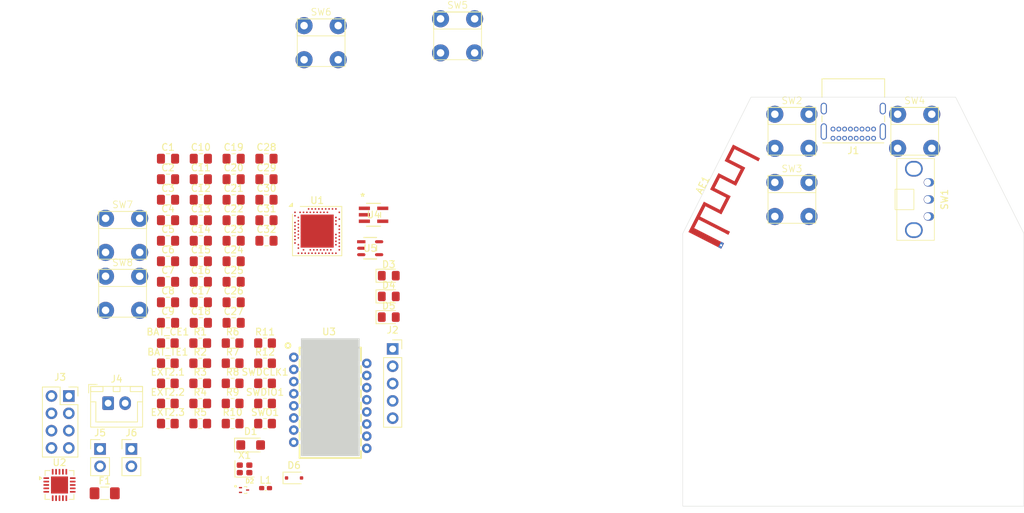
<source format=kicad_pcb>
(kicad_pcb (version 20241229) (generator "pcbnew") (generator_version "9.0")
  (title_block (date "2026-01-30"))
  (layers (0 "F.Cu" signal) (2 "B.Cu" signal) (13 "F.Paste" user) (15 "B.Paste" user) (5 "F.SilkS" user "F.Silkscreen") (7 "B.SilkS" user "B.Silkscreen") (1 "F.Mask" user) (3 "B.Mask" user) (25 "Edge.Cuts" user))
  (net 0 "")
  (net 1 "Net-(AE1-A)")
  (net 2 "Net-(U2-CE)")
  (net 3 "VBUS")
  (net 4 "Net-(U2-~{TE})")
  (net 5 "GND")
  (net 6 "BATOUT")
  (net 7 "+BATT")
  (net 8 "+3V3")
  (net 9 "POWER")
  (net 10 "+2V")
  (net 11 "Net-(U3-VDDREG)")
  (net 12 "Net-(U1-ANT)")
  (net 13 "Net-(U1-XC2)")
  (net 14 "Net-(U1-XC1)")
  (net 15 "Net-(U1-DEC1)")
  (net 16 "Net-(U1-DEC2)")
  (net 17 "Net-(U1-DEC3)")
  (net 18 "Net-(U1-DEC4)")
  (net 19 "Net-(U1-DECUSB)")
  (net 20 "Net-(U5-BYP)")
  (net 21 "Net-(D1-A2)")
  (net 22 "Net-(D1-A1)")
  (net 23 "USB_D-")
  (net 24 "USB_D+")
  (net 25 "Net-(D3-K)")
  (net 26 "Net-(D4-K)")
  (net 27 "Net-(D5-K)")
  (net 28 "Net-(J2-Pin_2)")
  (net 29 "EXT2.1")
  (net 30 "EXT2.2")
  (net 31 "Net-(J2-Pin_3)")
  (net 32 "EXT2.3")
  (net 33 "Net-(J2-Pin_4)")
  (net 34 "Net-(J1-CC1)")
  (net 35 "Net-(J1-CC2)")
  (net 36 "EXT1.5")
  (net 37 "EXT1.4")
  (net 38 "EXT1.2")
  (net 39 "EXT1.6")
  (net 40 "EXT1.3")
  (net 41 "EXT1.1")
  (net 42 "Net-(J5-Pin_1)")
  (net 43 "Net-(U2-~{PG})")
  (net 44 "Net-(U2-STAT2)")
  (net 45 "Net-(U2-STAT1{slash}~{LBO})")
  (net 46 "Net-(U2-PROG1)")
  (net 47 "Net-(U3-LED_P)")
  (net 48 "OPTSENSE_MISO")
  (net 49 "Net-(U3-NRESET)")
  (net 50 "MOTION")
  (net 51 "RE_B")
  (net 52 "RE_A")
  (net 53 "LMB")
  (net 54 "MMB")
  (net 55 "RMB")
  (net 56 "FORWARD")
  (net 57 "BACK")
  (net 58 "SMMB")
  (net 59 "Net-(U1-AIN0{slash}P0.02)")
  (net 60 "POWER_SWITCH")
  (net 62 "OPTSENSE_RESET")
  (net 63 "SWDCLK")
  (net 64 "SWDIO")
  (net 65 "SWO")
  (net 83 "OPTSENSE_SCLK")
  (net 84 "OPTSENSE_MOSI")
  (net 86 "OPTSENSE_CS")
  (footprint "Capacitor_SMD:C_0805_2012Metric_Pad1.18x1.45mm_HandSolder" (layer "F.Cu") (at 119.365 59.0225)
    (property "Reference" "C10" (at 0 -1.68 0) (layer "F.SilkS"))
    (property "Value" "4.7mcF")
    (pad "1" smd roundrect (at -1.0375 0) (size 1.175 1.45) (layers "F.Cu" "F.Mask" "F.Paste") (roundrect_rratio 0.212766) (net 11 "Net-(U3-VDDREG)"))
    (pad "2" smd roundrect (at 1.0375 0) (size 1.175 1.45) (layers "F.Cu" "F.Mask" "F.Paste") (roundrect_rratio 0.212766) (net 5 "GND"))
  )
  (footprint "Connector_PinSocket_2.54mm:PinSocket_1x05_P2.54mm_Vertical" (layer "F.Cu") (at 147.485 86.9325)
    (property "Reference" "J2" (at 0 -2.77 0) (layer "F.SilkS"))
    (property "Value" "MCU flashing pins")
    (pad "1" thru_hole rect (at 0 0) (size 1.7 1.7) (drill 1) (layers "*.Cu" "*.Mask") (net 8 "+3V3"))
    (pad "2" thru_hole circle (at 0 2.54) (size 1.7 1.7) (drill 1) (layers "*.Cu" "*.Mask") (net 28 "Net-(J2-Pin_2)"))
    (pad "3" thru_hole circle (at 0 5.08) (size 1.7 1.7) (drill 1) (layers "*.Cu" "*.Mask") (net 31 "Net-(J2-Pin_3)"))
    (pad "4" thru_hole circle (at 0 7.62) (size 1.7 1.7) (drill 1) (layers "*.Cu" "*.Mask") (net 33 "Net-(J2-Pin_4)"))
    (pad "5" thru_hole circle (at 0 10.16) (size 1.7 1.7) (drill 1) (layers "*.Cu" "*.Mask") (net 5 "GND"))
  )
  (footprint "Capacitor_SMD:C_0805_2012Metric_Pad1.18x1.45mm_HandSolder" (layer "F.Cu") (at 124.175 65.0425)
    (property "Reference" "C21" (at 0 -1.68 0) (layer "F.SilkS"))
    (property "Value" "1mcF")
    (pad "1" smd roundrect (at -1.0375 0) (size 1.175 1.45) (layers "F.Cu" "F.Mask" "F.Paste") (roundrect_rratio 0.212766) (net 5 "GND"))
    (pad "2" smd roundrect (at 1.0375 0) (size 1.175 1.45) (layers "F.Cu" "F.Mask" "F.Paste") (roundrect_rratio 0.212766) (net 18 "Net-(U1-DEC4)"))
  )
  (footprint "Capacitor_SMD:C_0805_2012Metric_Pad1.18x1.45mm_HandSolder" (layer "F.Cu") (at 124.175 83.1025)
    (property "Reference" "C27" (at 0 -1.68 0) (layer "F.SilkS"))
    (property "Value" "100nF")
    (pad "1" smd roundrect (at -1.0375 0) (size 1.175 1.45) (layers "F.Cu" "F.Mask" "F.Paste") (roundrect_rratio 0.212766) (net 5 "GND"))
    (pad "2" smd roundrect (at 1.0375 0) (size 1.175 1.45) (layers "F.Cu" "F.Mask" "F.Paste") (roundrect_rratio 0.212766) (net 8 "+3V3"))
  )
  (footprint "footprints:SOT-23-5_MC_MCH-M" (layer "F.Cu") (at 144.6832 67.2511)
    (property "Reference" "U4" (at 0 0 0) (layer "F.SilkS"))
    (property "Value" "MCP1801T-3302I_OT")
    (fp_text user "*" (at -1.6002 -2.601 0) (layer "F.SilkS"))
    (fp_text user "*" (at -1.6002 -2.601 0) (layer "F.SilkS"))
    (pad "1" smd rect (at -1.3462 -0.950001) (size 1.6256 0.508) (layers "F.Cu" "F.Mask" "F.Paste") (net 9 "POWER"))
    (pad "2" smd rect (at -1.3462 0) (size 1.6256 0.508) (layers "F.Cu" "F.Mask" "F.Paste") (net 5 "GND"))
    (pad "3" smd rect (at -1.3462 0.950001) (size 1.6256 0.508) (layers "F.Cu" "F.Mask" "F.Paste") (net 9 "POWER"))
    (pad "4" smd rect (at 1.3462 0.950001) (size 1.6256 0.508) (layers "F.Cu" "F.Mask" "F.Paste"))
    (pad "5" smd rect (at 1.3462 -0.950001) (size 1.6256 0.508) (layers "F.Cu" "F.Mask" "F.Paste") (net 8 "+3V3"))
  )
  (footprint "Kailh:Kailh MI627301D07" (layer "F.Cu") (at 137 42)
    (property "Reference" "SW6" (at 0 -4.5 0) (layer "F.SilkS") (effects (font (thickness 0.1))))
    (property "Value" "BACK")
    (pad "1" thru_hole circle (at -2.5 -2.5) (size 2.5 2.5) (drill 1.1) (layers "*.Cu" "*.Mask") (net 5 "GND"))
    (pad "1" thru_hole circle (at 2.5 -2.5) (size 2.5 2.5) (drill 1.1) (layers "*.Cu" "*.Mask") (net 5 "GND"))
    (pad "2" thru_hole circle (at -2.5 2.5) (size 2.5 2.5) (drill 1.1) (layers "*.Cu" "*.Mask") (net 57 "BACK"))
    (pad "2" thru_hole circle (at 2.5 2.5) (size 2.5 2.5) (drill 1.1) (layers "*.Cu" "*.Mask") (net 57 "BACK"))
  )
  (footprint "LED_SMD:LED_0805_2012Metric_Pad1.15x1.40mm_HandSolder" (layer "F.Cu") (at 146.91 76.1875)
    (property "Reference" "D3" (at 0 -1.65 0) (layer "F.SilkS"))
    (property "Value" "LED")
    (pad "1" smd roundrect (at -1.025 0) (size 1.15 1.4) (layers "F.Cu" "F.Mask" "F.Paste") (roundrect_rratio 0.217391) (net 25 "Net-(D3-K)"))
    (pad "2" smd roundrect (at 1.025 0) (size 1.15 1.4) (layers "F.Cu" "F.Mask" "F.Paste") (roundrect_rratio 0.217391) (net 3 "VBUS"))
  )
  (footprint "Resistor_SMD:R_0805_2012Metric_Pad1.20x1.40mm_HandSolder" (layer "F.Cu") (at 119.275 89.0325)
    (property "Reference" "R2" (at 0 -1.65 0) (layer "F.SilkS"))
    (property "Value" "5.1K")
    (pad "1" smd roundrect (at -1 0) (size 1.2 1.4) (layers "F.Cu" "F.Mask" "F.Paste") (roundrect_rratio 0.208333) (net 35 "Net-(J1-CC2)"))
    (pad "2" smd roundrect (at 1 0) (size 1.2 1.4) (layers "F.Cu" "F.Mask" "F.Paste") (roundrect_rratio 0.208333) (net 5 "GND"))
  )
  (footprint "Capacitor_SMD:C_0805_2012Metric_Pad1.18x1.45mm_HandSolder" (layer "F.Cu") (at 124.175 77.0825)
    (property "Reference" "C25" (at 0 -1.68 0) (layer "F.SilkS"))
    (property "Value" "4.7mcF")
    (pad "1" smd roundrect (at -1.0375 0) (size 1.175 1.45) (layers "F.Cu" "F.Mask" "F.Paste") (roundrect_rratio 0.212766) (net 5 "GND"))
    (pad "2" smd roundrect (at 1.0375 0) (size 1.175 1.45) (layers "F.Cu" "F.Mask" "F.Paste") (roundrect_rratio 0.212766) (net 8 "+3V3"))
  )
  (footprint "Capacitor_SMD:C_0805_2012Metric_Pad1.18x1.45mm_HandSolder" (layer "F.Cu") (at 114.555 74.0725)
    (property "Reference" "C6" (at 0 -1.68 0) (layer "F.SilkS"))
    (property "Value" "1mcF")
    (pad "1" smd roundrect (at -1.0375 0) (size 1.175 1.45) (layers "F.Cu" "F.Mask" "F.Paste") (roundrect_rratio 0.212766) (net 9 "POWER"))
    (pad "2" smd roundrect (at 1.0375 0) (size 1.175 1.45) (layers "F.Cu" "F.Mask" "F.Paste") (roundrect_rratio 0.212766) (net 5 "GND"))
  )
  (footprint "Kailh:Kailh MI627301D07" (layer "F.Cu") (at 206 65)
    (property "Reference" "SW3" (at 0 -4.5 0) (layer "F.SilkS") (effects (font (thickness 0.1))))
    (property "Value" "MMB")
    (pad "1" thru_hole circle (at -2.5 -2.5) (size 2.5 2.5) (drill 1.1) (layers "*.Cu" "*.Mask") (net 5 "GND"))
    (pad "1" thru_hole circle (at 2.5 -2.5) (size 2.5 2.5) (drill 1.1) (layers "*.Cu" "*.Mask") (net 5 "GND"))
    (pad "2" thru_hole circle (at -2.5 2.5) (size 2.5 2.5) (drill 1.1) (layers "*.Cu" "*.Mask") (net 54 "MMB"))
    (pad "2" thru_hole circle (at 2.5 2.5) (size 2.5 2.5) (drill 1.1) (layers "*.Cu" "*.Mask") (net 54 "MMB"))
  )
  (footprint "PAW3395DM-T6QU:DIP-16_PAW3395DM-T6QU" (layer "F.Cu") (at 138.338 94.8375)
    (property "Reference" "U3" (at -0.1815 -10.43 0) (layer "F.SilkS"))
    (property "Value" "PAW3395DM-T6QU")
    (fp_poly (pts (xy -4.3 7.805) (xy -4.3 -9.455) (xy 4.3 -9.455) (xy 4.3 7.805)) (fill yes) (layer "Edge.Cuts"))
    (pad "1" thru_hole circle (at -5.35 -6.675) (size 1.4 1.4) (drill 0.7) (layers "*.Cu" "*.Mask"))
    (pad "2" thru_hole circle (at -5.35 -4.895) (size 1.4 1.4) (drill 0.7) (layers "*.Cu" "*.Mask"))
    (pad "3" thru_hole circle (at -5.35 -3.115) (size 1.4 1.4) (drill 0.7) (layers "*.Cu" "*.Mask") (net 5 "GND"))
    (pad "4" thru_hole circle (at -5.35 -1.335) (size 1.4 1.4) (drill 0.7) (layers "*.Cu" "*.Mask") (net 10 "+2V"))
    (pad "5" thru_hole circle (at -5.35 0.445) (size 1.4 1.4) (drill 0.7) (layers "*.Cu" "*.Mask") (net 11 "Net-(U3-VDDREG)"))
    (pad "6" thru_hole circle (at -5.35 2.225) (size 1.4 1.4) (drill 0.7) (layers "*.Cu" "*.Mask"))
    (pad "7" thru_hole circle (at -5.35 4.005) (size 1.4 1.4) (drill 0.7) (layers "*.Cu" "*.Mask") (net 8 "+3V3"))
    (pad "8" thru_hole circle (at -5.35 5.785) (size 1.4 1.4) (drill 0.7) (layers "*.Cu" "*.Mask") (net 5 "GND"))
    (pad "9" thru_hole circle (at 5.35 6.675) (size 1.4 1.4) (drill 0.7) (layers "*.Cu" "*.Mask") (net 50 "MOTION"))
    (pad "10" thru_hole circle (at 5.35 4.895) (size 1.4 1.4) (drill 0.7) (layers "*.Cu" "*.Mask") (net 83 "OPTSENSE_SCLK"))
    (pad "11" thru_hole circle (at 5.35 3.115) (size 1.4 1.4) (drill 0.7) (layers "*.Cu" "*.Mask") (net 84 "OPTSENSE_MOSI"))
    (pad "12" thru_hole circle (at 5.35 1.335) (size 1.4 1.4) (drill 0.7) (layers "*.Cu" "*.Mask") (net 48 "OPTSENSE_MISO"))
    (pad "13" thru_hole circle (at 5.35 -0.445) (size 1.4 1.4) (drill 0.7) (layers "*.Cu" "*.Mask") (net 86 "OPTSENSE_CS"))
    (pad "14" thru_hole circle (at 5.35 -2.225) (size 1.4 1.4) (drill 0.7) (layers "*.Cu" "*.Mask") (net 62 "OPTSENSE_RESET"))
    (pad "15" thru_hole circle (at 5.35 -4.005) (size 1.4 1.4) (drill 0.7) (layers "*.Cu" "*.Mask") (net 47 "Net-(U3-LED_P)"))
    (pad "16" thru_hole circle (at 5.35 -5.785) (size 1.4 1.4) (drill 0.7) (layers "*.Cu" "*.Mask"))
  )
  (footprint "Capacitor_SMD:C_0805_2012Metric_Pad1.18x1.45mm_HandSolder" (layer "F.Cu") (at 114.555 71.0625)
    (property "Reference" "C5" (at 0 -1.68 0) (layer "F.SilkS"))
    (property "Value" "1mcF")
    (pad "1" smd roundrect (at -1.0375 0) (size 1.175 1.45) (layers "F.Cu" "F.Mask" "F.Paste") (roundrect_rratio 0.212766) (net 9 "POWER"))
    (pad "2" smd roundrect (at 1.0375 0) (size 1.175 1.45) (layers "F.Cu" "F.Mask" "F.Paste") (roundrect_rratio 0.212766) (net 5 "GND"))
  )
  (footprint "Resistor_SMD:R_0805_2012Metric_Pad1.20x1.40mm_HandSolder" (layer "F.Cu") (at 119.275 97.8825)
    (property "Reference" "R5" (at 0 -1.65 0) (layer "F.SilkS"))
    (property "Value" "620")
    (pad "1" smd roundrect (at -1 0) (size 1.2 1.4) (layers "F.Cu" "F.Mask" "F.Paste") (roundrect_rratio 0.208333) (net 45 "Net-(U2-STAT1{slash}~{LBO})"))
    (pad "2" smd roundrect (at 1 0) (size 1.2 1.4) (layers "F.Cu" "F.Mask" "F.Paste") (roundrect_rratio 0.208333) (net 26 "Net-(D4-K)"))
  )
  (footprint "Resistor_SMD:R_0805_2012Metric_Pad1.20x1.40mm_HandSolder" (layer "F.Cu") (at 119.275 94.9325)
    (property "Reference" "R4" (at 0 -1.65 0) (layer "F.SilkS"))
    (property "Value" "440")
    (pad "1" smd roundrect (at -1 0) (size 1.2 1.4) (layers "F.Cu" "F.Mask" "F.Paste") (roundrect_rratio 0.208333) (net 44 "Net-(U2-STAT2)"))
    (pad "2" smd roundrect (at 1 0) (size 1.2 1.4) (layers "F.Cu" "F.Mask" "F.Paste") (roundrect_rratio 0.208333) (net 27 "Net-(D5-K)"))
  )
  (footprint "Kailh:Kailh MI627301D07" (layer "F.Cu") (at 206 55)
    (property "Reference" "SW2" (at 0 -4.5 0) (layer "F.SilkS") (effects (font (thickness 0.1))))
    (property "Value" "LMB")
    (pad "1" thru_hole circle (at -2.5 -2.5) (size 2.5 2.5) (drill 1.1) (layers "*.Cu" "*.Mask") (net 5 "GND"))
    (pad "1" thru_hole circle (at 2.5 -2.5) (size 2.5 2.5) (drill 1.1) (layers "*.Cu" "*.Mask") (net 5 "GND"))
    (pad "2" thru_hole circle (at -2.5 2.5) (size 2.5 2.5) (drill 1.1) (layers "*.Cu" "*.Mask") (net 53 "LMB"))
    (pad "2" thru_hole circle (at 2.5 2.5) (size 2.5 2.5) (drill 1.1) (layers "*.Cu" "*.Mask") (net 53 "LMB"))
  )
  (footprint "Capacitor_SMD:C_0805_2012Metric_Pad1.18x1.45mm_HandSolder" (layer "F.Cu") (at 124.175 59.0225)
    (property "Reference" "C19" (at 0 -1.68 0) (layer "F.SilkS"))
    (property "Value" "NC")
    (pad "1" smd roundrect (at -1.0375 0) (size 1.175 1.45) (layers "F.Cu" "F.Mask" "F.Paste") (roundrect_rratio 0.212766) (net 5 "GND"))
    (pad "2" smd roundrect (at 1.0375 0) (size 1.175 1.45) (layers "F.Cu" "F.Mask" "F.Paste") (roundrect_rratio 0.212766) (net 16 "Net-(U1-DEC2)"))
  )
  (footprint "Resistor_SMD:R_0805_2012Metric_Pad1.20x1.40mm_HandSolder" (layer "F.Cu") (at 124.025 89.0325)
    (property "Reference" "R7" (at 0 -1.65 0) (layer "F.SilkS"))
    (property "Value" "6.8")
    (pad "1" smd roundrect (at -1 0) (size 1.2 1.4) (layers "F.Cu" "F.Mask" "F.Paste") (roundrect_rratio 0.208333) (net 47 "Net-(U3-LED_P)"))
    (pad "2" smd roundrect (at 1 0) (size 1.2 1.4) (layers "F.Cu" "F.Mask" "F.Paste") (roundrect_rratio 0.208333) (net 10 "+2V"))
  )
  (footprint "Capacitor_SMD:C_0805_2012Metric_Pad1.18x1.45mm_HandSolder" (layer "F.Cu") (at 114.555 80.0925)
    (property "Reference" "C8" (at 0 -1.68 0) (layer "F.SilkS"))
    (property "Value" "10mcF")
    (pad "1" smd roundrect (at -1.0375 0) (size 1.175 1.45) (layers "F.Cu" "F.Mask" "F.Paste") (roundrect_rratio 0.212766) (net 5 "GND"))
    (pad "2" smd roundrect (at 1.0375 0) (size 1.175 1.45) (layers "F.Cu" "F.Mask" "F.Paste") (roundrect_rratio 0.212766) (net 10 "+2V"))
  )
  (footprint "RF_Antenna:Texas_SWRA117D_2.4GHz_Right" (layer "F.Cu") (at 196.573237 69.845804 63)
    (property "Reference" "AE1" (at 4.549998 -6.410002 63) (layer "F.SilkS"))
    (property "Value" "Antenna")
    (fp_poly (pts (xy 2.449999 -2.509999) (xy 4.449999 -2.510002) (xy 4.449999 -5.15) (xy 7.149999 -5.15) (xy 7.150002 -2.509998) (xy 9.15 -2.510001) (xy 9.150001 -5.15) (xy 11.850001 -5.15) (xy 11.85 -0.710002) (xy 11.35 -0.709999) (xy 11.35 -4.650001) (xy 9.65 -4.65) (xy 9.650002 -2.009999) (xy 6.649998 -2.009997) (xy 6.65 -4.649998) (xy 4.950002 -4.650003) (xy 4.949999 -2.010001) (xy 1.950001 -2.010001) (xy 1.95 -4.649999) (xy 0.250001 -4.649997) (xy 0.249999 0.25) (xy -0.25 0.249999) (xy -0.25 -4.65) (xy -1.65 -4.649998) (xy -1.650001 0.250002) (xy -2.549999 0.250002) (xy -2.549999 0.006784) (xy -2.247582 0.006786) (xy -2.237744 0.054396) (xy -2.213675 0.096798) (xy -2.175732 0.12958) (xy -2.167817 0.133937) (xy -2.125157 0.146044) (xy -2.076637 0.1453) (xy -2.031122 0.132401) (xy -2.012516 0.121785) (xy -1.978868 0.086553) (xy -1.958307 0.041366) (xy -1.951779 -0.008158) (xy -1.960217 -0.056414) (xy -1.977115 -0.088643) (xy -2.012373 -0.121311) (xy -2.057682 -0.141411) (xy -2.107265 -0.147982) (xy -2.155351 -0.140091) (xy -2.188247 -0.123186) (xy -2.223184 -0.086417) (xy -2.242848 -0.041623) (xy -2.247582 0.006786) (xy -2.549999 0.006784) (xy -2.550001 -5.149997) (xy 2.450001 -5.150005) (xy 2.449999 -2.509999)) (fill yes) (layer "F.Cu"))
    (pad "1" connect rect (at 0 0 63) (size 0.5 0.5) (layers "F.Cu") (net 1 "Net-(AE1-A)"))
    (pad "2" thru_hole rect (at -2.099999 0 63) (size 0.9 0.5) (drill 0.3) (layers "*.Cu") (net 5 "GND"))
  )
  (footprint "Capacitor_SMD:C_0805_2012Metric_Pad1.18x1.45mm_HandSolder" (layer "F.Cu") (at 128.985 71.0625)
    (property "Reference" "C32" (at 0 -1.68 0) (layer "F.SilkS"))
    (property "Value" "10nF")
    (pad "1" smd roundrect (at -1.0375 0) (size 1.175 1.45) (layers "F.Cu" "F.Mask" "F.Paste") (roundrect_rratio 0.212766) (net 59 "Net-(U1-AIN0{slash}P0.02)"))
    (pad "2" smd roundrect (at 1.0375 0) (size 1.175 1.45) (layers "F.Cu" "F.Mask" "F.Paste") (roundrect_rratio 0.212766) (net 5 "GND"))
  )
  (footprint "Resistor_SMD:R_0805_2012Metric_Pad1.20x1.40mm_HandSolder" (layer "F.Cu") (at 124.025 91.9825)
    (property "Reference" "R8" (at 0 -1.65 0) (layer "F.SilkS"))
    (property "Value" "10K")
    (pad "1" smd roundrect (at -1 0) (size 1.2 1.4) (layers "F.Cu" "F.Mask" "F.Paste") (roundrect_rratio 0.208333) (net 48 "OPTSENSE_MISO"))
    (pad "2" smd roundrect (at 1 0) (size 1.2 1.4) (layers "F.Cu" "F.Mask" "F.Paste") (roundrect_rratio 0.208333) (net 8 "+3V3"))
  )
  (footprint "Resistor_SMD:R_0805_2012Metric_Pad1.20x1.40mm_HandSolder" (layer "F.Cu") (at 114.525 94.9325)
    (property "Reference" "EXT2.2" (at 0 -1.65 0) (layer "F.SilkS"))
    (property "Value" "0")
    (pad "1" smd roundrect (at -1 0) (size 1.2 1.4) (layers "F.Cu" "F.Mask" "F.Paste") (roundrect_rratio 0.208333) (net 30 "EXT2.2"))
    (pad "2" smd roundrect (at 1 0) (size 1.2 1.4) (layers "F.Cu" "F.Mask" "F.Paste") (roundrect_rratio 0.208333) (net 31 "Net-(J2-Pin_3)"))
  )
  (footprint "Connector_PinHeader_2.54mm:PinHeader_1x02_P2.54mm_Vertical" (layer "F.Cu") (at 109.185 101.6125)
    (property "Reference" "J6" (at 0 -2.38 0) (layer "F.SilkS"))
    (property "Value" "Battery jumper")
    (pad "1" thru_hole rect (at 0 0) (size 1.7 1.7) (drill 1) (layers "*.Cu" "*.Mask") (net 6 "BATOUT"))
    (pad "2" thru_hole circle (at 0 2.54) (size 1.7 1.7) (drill 1) (layers "*.Cu" "*.Mask") (net 9 "POWER"))
  )
  (footprint "Resistor_SMD:R_0805_2012Metric_Pad1.20x1.40mm_HandSolder" (layer "F.Cu") (at 114.525 97.8825)
    (property "Reference" "EXT2.3" (at 0 -1.65 0) (layer "F.SilkS"))
    (property "Value" "0")
    (pad "1" smd roundrect (at -1 0) (size 1.2 1.4) (layers "F.Cu" "F.Mask" "F.Paste") (roundrect_rratio 0.208333) (net 32 "EXT2.3"))
    (pad "2" smd roundrect (at 1 0) (size 1.2 1.4) (layers "F.Cu" "F.Mask" "F.Paste") (roundrect_rratio 0.208333) (net 33 "Net-(J2-Pin_4)"))
  )
  (footprint "Capacitor_SMD:C_0805_2012Metric_Pad1.18x1.45mm_HandSolder" (layer "F.Cu") (at 114.555 59.0225)
    (property "Reference" "C1" (at 0 -1.68 0) (layer "F.SilkS"))
    (property "Value" "10mcF")
    (pad "1" smd roundrect (at -1.0375 0) (size 1.175 1.45) (layers "F.Cu" "F.Mask" "F.Paste") (roundrect_rratio 0.212766) (net 3 "VBUS"))
    (pad "2" smd roundrect (at 1.0375 0) (size 1.175 1.45) (layers "F.Cu" "F.Mask" "F.Paste") (roundrect_rratio 0.212766) (net 5 "GND"))
  )
  (footprint "Kailh:Kailh MI627301D07" (layer "F.Cu") (at 224 55)
    (property "Reference" "SW4" (at 0 -4.5 0) (layer "F.SilkS") (effects (font (thickness 0.1))))
    (property "Value" "RMB")
    (pad "1" thru_hole circle (at -2.5 -2.5) (size 2.5 2.5) (drill 1.1) (layers "*.Cu" "*.Mask") (net 5 "GND"))
    (pad "1" thru_hole circle (at 2.5 -2.5) (size 2.5 2.5) (drill 1.1) (layers "*.Cu" "*.Mask") (net 5 "GND"))
    (pad "2" thru_hole circle (at -2.5 2.5) (size 2.5 2.5) (drill 1.1) (layers "*.Cu" "*.Mask") (net 55 "RMB"))
    (pad "2" thru_hole circle (at 2.5 2.5) (size 2.5 2.5) (drill 1.1) (layers "*.Cu" "*.Mask") (net 55 "RMB"))
  )
  (footprint "TPD2EUSB30DRTR:SOTFL35P100X50-3N" (layer "F.Cu") (at 125.7 107.6325)
    (property "Reference" "D2" (at 0.832 -1.3064 0) (layer "F.SilkS") (effects (font (size 0.64 0.64))))
    (property "Value" "TPD2EUSB30DRTR")
    (pad "1" smd roundrect (at -0.52 -0.35) (size 0.46 0.2) (layers "F.Cu" "F.Mask" "F.Paste") (roundrect_rratio 0.125) (net 24 "USB_D+"))
    (pad "2" smd roundrect (at -0.52 0.35) (size 0.46 0.2) (layers "F.Cu" "F.Mask" "F.Paste") (roundrect_rratio 0.125) (net 23 "USB_D-"))
    (pad "3" smd roundrect (at 0.52 0) (size 0.46 0.2) (layers "F.Cu" "F.Mask" "F.Paste") (roundrect_rratio 0.125) (net 5 "GND"))
  )
  (footprint "Diode_SMD:D_SOD-323F" (layer "F.Cu") (at 133.025 105.8625)
    (property "Reference" "D6" (at 0 -1.85 0) (layer "F.SilkS"))
    (property "Value" "1N5817")
    (pad "1" smd roundrect (at -1.1 0) (size 0.5 0.5) (layers "F.Cu" "F.Mask" "F.Paste") (net 9 "POWER"))
    (pad "2" smd roundrect (at 1.1 0) (size 0.5 0.5) (layers "F.Cu" "F.Mask" "F.Paste") (net 3 "VBUS"))
  )
  (footprint "Capacitor_SMD:C_0805_2012Metric_Pad1.18x1.45mm_HandSolder" (layer "F.Cu") (at 128.985 59.0225)
    (property "Reference" "C28" (at 0 -1.68 0) (layer "F.SilkS"))
    (property "Value" "4.7mcF")
    (pad "1" smd roundrect (at -1.0375 0) (size 1.175 1.45) (layers "F.Cu" "F.Mask" "F.Paste") (roundrect_rratio 0.212766) (net 5 "GND"))
    (pad "2" smd roundrect (at 1.0375 0) (size 1.175 1.45) (layers "F.Cu" "F.Mask" "F.Paste") (roundrect_rratio 0.212766) (net 3 "VBUS"))
  )
  (footprint "Connector_PinHeader_2.54mm:PinHeader_1x02_P2.54mm_Vertical" (layer "F.Cu") (at 104.595 101.6125)
    (property "Reference" "J5" (at 0 -2.38 0) (layer "F.SilkS"))
    (property "Value" "Reset")
    (pad "1" thru_hole rect (at 0 0) (size 1.7 1.7) (drill 1) (layers "*.Cu" "*.Mask") (net 42 "Net-(J5-Pin_1)"))
    (pad "2" thru_hole circle (at 0 2.54) (size 1.7 1.7) (drill 1) (layers "*.Cu" "*.Mask") (net 5 "GND"))
  )
  (footprint "Capacitor_SMD:C_0805_2012Metric_Pad1.18x1.45mm_HandSolder" (layer "F.Cu") (at 124.175 68.0525)
    (property "Reference" "C22" (at 0 -1.68 0) (layer "F.SilkS"))
    (property "Value" "4.7mcF")
    (pad "1" smd roundrect (at -1.0375 0) (size 1.175 1.45) (layers "F.Cu" "F.Mask" "F.Paste") (roundrect_rratio 0.212766) (net 5 "GND"))
    (pad "2" smd roundrect (at 1.0375 0) (size 1.175 1.45) (layers "F.Cu" "F.Mask" "F.Paste") (roundrect_rratio 0.212766) (net 19 "Net-(U1-DECUSB)"))
  )
  (footprint "Kailh:Kailh MI627301D07" (layer "F.Cu") (at 107.9 70.2675)
    (property "Reference" "SW7" (at 0 -4.5 0) (layer "F.SilkS") (effects (font (thickness 0.1))))
    (property "Value" "SMMB")
    (pad "1" thru_hole circle (at -2.5 -2.5) (size 2.5 2.5) (drill 1.1) (layers "*.Cu" "*.Mask") (net 5 "GND"))
    (pad "1" thru_hole circle (at 2.5 -2.5) (size 2.5 2.5) (drill 1.1) (layers "*.Cu" "*.Mask") (net 5 "GND"))
    (pad "2" thru_hole circle (at -2.5 2.5) (size 2.5 2.5) (drill 1.1) (layers "*.Cu" "*.Mask") (net 58 "SMMB"))
    (pad "2" thru_hole circle (at 2.5 2.5) (size 2.5 2.5) (drill 1.1) (layers "*.Cu" "*.Mask") (net 58 "SMMB"))
  )
  (footprint "Capacitor_SMD:C_0805_2012Metric_Pad1.18x1.45mm_HandSolder" (layer "F.Cu") (at 119.365 80.0925)
    (property "Reference" "C17" (at 0 -1.68 0) (layer "F.SilkS"))
    (property "Value" "12pF")
    (pad "1" smd roundrect (at -1.0375 0) (size 1.175 1.45) (layers "F.Cu" "F.Mask" "F.Paste") (roundrect_rratio 0.212766) (net 5 "GND"))
    (pad "2" smd roundrect (at 1.0375 0) (size 1.175 1.45) (layers "F.Cu" "F.Mask" "F.Paste") (roundrect_rratio 0.212766) (net 14 "Net-(U1-XC1)"))
  )
  (footprint "Resistor_SMD:R_0805_2012Metric_Pad1.20x1.40mm_HandSolder" (layer "F.Cu") (at 128.775 97.8825)
    (property "Reference" "SWO1" (at 0 -1.65 0) (layer "F.SilkS"))
    (property "Value" "0")
    (pad "1" smd roundrect (at -1 0) (size 1.2 1.4) (layers "F.Cu" "F.Mask" "F.Paste") (roundrect_rratio 0.208333) (net 65 "SWO"))
    (pad "2" smd roundrect (at 1 0) (size 1.2 1.4) (layers "F.Cu" "F.Mask" "F.Paste") (roundrect_rratio 0.208333) (net 33 "Net-(J2-Pin_4)"))
  )
  (footprint "Resistor_SMD:R_0805_2012Metric_Pad1.20x1.40mm_HandSolder" (layer "F.Cu") (at 114.525 89.0325)
    (property "Reference" "BAT_TE1" (at 0 -1.65 0) (layer "F.SilkS"))
    (property "Value" "0")
    (pad "1" smd roundrect (at -1 0) (size 1.2 1.4) (layers "F.Cu" "F.Mask" "F.Paste") (roundrect_rratio 0.208333) (net 3 "VBUS"))
    (pad "2" smd roundrect (at 1 0) (size 1.2 1.4) (layers "F.Cu" "F.Mask" "F.Paste") (roundrect_rratio 0.208333) (net 4 "Net-(U2-~{TE})"))
  )
  (footprint "Capacitor_SMD:C_0805_2012Metric_Pad1.18x1.45mm_HandSolder" (layer "F.Cu") (at 119.365 74.0725)
    (property "Reference" "C15" (at 0 -1.68 0) (layer "F.SilkS"))
    (property "Value" "NC")
    (pad "1" smd roundrect (at -1.0375 0) (size 1.175 1.45) (layers "F.Cu" "F.Mask" "F.Paste") (roundrect_rratio 0.212766) (net 1 "Net-(AE1-A)"))
    (pad "2" smd roundrect (at 1.0375 0) (size 1.175 1.45) (layers "F.Cu" "F.Mask" "F.Paste") (roundrect_rratio 0.212766) (net 5 "GND"))
  )
  (footprint "Capacitor_SMD:C_0805_2012Metric_Pad1.18x1.45mm_HandSolder" (layer "F.Cu") (at 119.365 71.0625)
    (property "Reference" "C14" (at 0 -1.68 0) (layer "F.SilkS"))
    (property "Value" "0.5pF")
    (pad "1" smd roundrect (at -1.0375 0) (size 1.175 1.45) (layers "F.Cu" "F.Mask" "F.Paste") (roundrect_rratio 0.212766) (net 1 "Net-(AE1-A)"))
    (pad "2" smd roundrect (at 1.0375 0) (size 1.175 1.45) (layers "F.Cu" "F.Mask" "F.Paste") (roundrect_rratio 0.212766) (net 5 "GND"))
  )
  (footprint "Connector_USB:USB_C_Receptacle_GCT_USB4085" (layer "F.Cu") (at 217.975 56.025 180)
    (property "Reference" "J1" (at 2.975 -1.8 0) (layer "F.SilkS"))
    (property "Value" "USB_C_Receptacle_USB2.0_14P")
    (pad "A1" thru_hole circle (at 0 0 180) (size 0.7 0.7) (drill 0.4) (layers "*.Cu" "*.Mask") (net 5 "GND"))
    (pad "A4" thru_hole circle (at 0.85 0 180) (size 0.7 0.7) (drill 0.4) (layers "*.Cu" "*.Mask") (net 21 "Net-(D1-A2)"))
    (pad "A5" thru_hole circle (at 1.7 0 180) (size 0.7 0.7) (drill 0.4) (layers "*.Cu" "*.Mask") (net 34 "Net-(J1-CC1)"))
    (pad "A6" thru_hole circle (at 2.55 0 180) (size 0.7 0.7) (drill 0.4) (layers "*.Cu" "*.Mask") (net 24 "USB_D+"))
    (pad "A7" thru_hole circle (at 3.4 0 180) (size 0.7 0.7) (drill 0.4) (layers "*.Cu" "*.Mask") (net 23 "USB_D-"))
    (pad "A8" thru_hole circle (at 4.25 0 180) (size 0.7 0.7) (drill 0.4) (layers "*.Cu" "*.Mask"))
    (pad "A9" thru_hole circle (at 5.1 0 180) (size 0.7 0.7) (drill 0.4) (layers "*.Cu" "*.Mask") (net 21 "Net-(D1-A2)"))
    (pad "A12" thru_hole circle (at 5.95 0 180) (size 0.7 0.7) (drill 0.4) (layers "*.Cu" "*.Mask") (net 5 "GND"))
    (pad "B1" thru_hole circle (at 5.95 1.35 180) (size 0.7 0.7) (drill 0.4) (layers "*.Cu" "*.Mask") (net 5 "GND"))
    (pad "B4" thru_hole circle (at 5.1 1.35 180) (size 0.7 0.7) (drill 0.4) (layers "*.Cu" "*.Mask") (net 21 "Net-(D1-A2)"))
    (pad "B5" thru_hole circle (at 4.25 1.35 180) (size 0.7 0.7) (drill 0.4) (layers "*.Cu" "*.Mask") (net 35 "Net-(J1-CC2)"))
    (pad "B6" thru_hole circle (at 3.4 1.35 180) (size 0.7 0.7) (drill 0.4) (layers "*.Cu" "*.Mask") (net 24 "USB_D+"))
    (pad "B7" thru_hole circle (at 2.55 1.35 180) (size 0.7 0.7) (drill 0.4) (layers "*.Cu" "*.Mask") (net 23 "USB_D-"))
    (pad "B8" thru_hole circle (at 1.7 1.35 180) (size 0.7 0.7) (drill 0.4) (layers "*.Cu" "*.Mask"))
    (pad "B9" thru_hole circle (at 0.85 1.35 180) (size 0.7 0.7) (drill 0.4) (layers "*.Cu" "*.Mask") (net 21 "Net-(D1-A2)"))
    (pad "B12" thru_hole circle (at 0 1.35 180) (size 0.7 0.7) (drill 0.4) (layers "*.Cu" "*.Mask") (net 5 "GND"))
    (pad "S1" thru_hole oval (at -1.35 0.98 180) (size 0.9 2.4) (drill oval 0.6 2.1) (layers "*.Cu" "*.Mask") (net 5 "GND"))
    (pad "S1" thru_hole oval (at -1.35 4.36 180) (size 0.9 1.7) (drill oval 0.6 1.4) (layers "*.Cu" "*.Mask") (net 5 "GND"))
    (pad "S1" thru_hole oval (at 7.3 0.98 180) (size 0.9 2.4) (drill oval 0.6 2.1) (layers "*.Cu" "*.Mask") (net 5 "GND"))
    (pad "S1" thru_hole oval (at 7.3 4.36 180) (size 0.9 1.7) (drill oval 0.6 1.4) (layers "*.Cu" "*.Mask") (net 5 "GND"))
  )
  (footprint "Package_DFN_QFN:Nordic_AQFN-73-1EP_7x7mm_P0.5mm" (layer "F.Cu") (at 136.415 69.6425)
    (property "Reference" "U1" (at 0 -4.5 0) (layer "F.SilkS"))
    (property "Value" "nRF52840")
    (pad "A8" smd circle (at -1.25 -3.25 180) (size 0.25 0.25) (property pad_prop_bga) (layers "F.Cu" "F.Mask" "F.Paste"))
    (pad "A10" smd circle (at -0.75 -3.25 180) (size 0.25 0.25) (property pad_prop_bga) (layers "F.Cu" "F.Mask" "F.Paste") (net 30 "EXT2.2"))
    (pad "A12" smd circle (at -0.25 -3.25 180) (size 0.25 0.25) (property pad_prop_bga) (layers "F.Cu" "F.Mask" "F.Paste") (net 59 "Net-(U1-AIN0{slash}P0.02)"))
    (pad "A14" smd circle (at 0.25 -3.25 180) (size 0.25 0.25) (property pad_prop_bga) (layers "F.Cu" "F.Mask" "F.Paste"))
    (pad "A16" smd circle (at 0.75 -3.25 180) (size 0.25 0.25) (property pad_prop_bga) (layers "F.Cu" "F.Mask" "F.Paste"))
    (pad "A18" smd circle (at 1.25 -3.25 180) (size 0.25 0.25) (property pad_prop_bga) (layers "F.Cu" "F.Mask" "F.Paste") (net 16 "Net-(U1-DEC2)"))
    (pad "A20" smd circle (at 1.75 -3.25 180) (size 0.25 0.25) (property pad_prop_bga) (layers "F.Cu" "F.Mask" "F.Paste"))
    (pad "A22" smd circle (at 2.25 -3.25 180) (size 0.25 0.25) (property pad_prop_bga) (layers "F.Cu" "F.Mask" "F.Paste") (net 8 "+3V3"))
    (pad "A23" smd circle (at 2.75 -3.25 180) (size 0.25 0.25) (property pad_prop_bga) (layers "F.Cu" "F.Mask" "F.Paste") (net 13 "Net-(U1-XC2)"))
    (pad "AA24" smd circle (at 3.25 2.25 180) (size 0.25 0.25) (property pad_prop_bga) (layers "F.Cu" "F.Mask" "F.Paste") (net 63 "SWDCLK"))
    (pad "AB2" smd circle (at -2.75 2.5 180) (size 0.25 0.25) (property pad_prop_bga) (layers "F.Cu" "F.Mask" "F.Paste"))
    (pad "AC5" smd circle (at -2 2.75 180) (size 0.25 0.25) (property pad_prop_bga) (layers "F.Cu" "F.Mask" "F.Paste") (net 19 "Net-(U1-DECUSB)"))
    (pad "AC9" smd circle (at -1 2.75 180) (size 0.25 0.25) (property pad_prop_bga) (layers "F.Cu" "F.Mask" "F.Paste") (net 57 "BACK"))
    (pad "AC11" smd circle (at -0.5 2.75 180) (size 0.25 0.25) (property pad_prop_bga) (layers "F.Cu" "F.Mask" "F.Paste") (net 54 "MMB"))
    (pad "AC13" smd circle (at 0 2.75 180) (size 0.25 0.25) (property pad_prop_bga) (layers "F.Cu" "F.Mask" "F.Paste") (net 42 "Net-(J5-Pin_1)"))
    (pad "AC15" smd circle (at 0.5 2.75 180) (size 0.25 0.25) (property pad_prop_bga) (layers "F.Cu" "F.Mask" "F.Paste") (net 86 "OPTSENSE_CS"))
    (pad "AC17" smd circle (at 1 2.75 180) (size 0.25 0.25) (property pad_prop_bga) (layers "F.Cu" "F.Mask" "F.Paste") (net 48 "OPTSENSE_MISO"))
    (pad "AC19" smd circle (at 1.5 2.75 180) (size 0.25 0.25) (property pad_prop_bga) (layers "F.Cu" "F.Mask" "F.Paste") (net 83 "OPTSENSE_SCLK"))
    (pad "AC21" smd circle (at 2 2.75 180) (size 0.25 0.25) (property pad_prop_bga) (layers "F.Cu" "F.Mask" "F.Paste"))
    (pad "AC24" smd circle (at 3.25 2.75 180) (size 0.25 0.25) (property pad_prop_bga) (layers "F.Cu" "F.Mask" "F.Paste") (net 64 "SWDIO"))
    (pad "AD2" smd circle (at -2.75 3.25 180) (size 0.25 0.25) (property pad_prop_bga) (layers "F.Cu" "F.Mask" "F.Paste") (net 3 "VBUS"))
    (pad "AD4" smd circle (at -2.25 3.25 180) (size 0.25 0.25) (property pad_prop_bga) (layers "F.Cu" "F.Mask" "F.Paste") (net 23 "USB_D-"))
    (pad "AD6" smd circle (at -1.75 3.25 180) (size 0.25 0.25) (property pad_prop_bga) (layers "F.Cu" "F.Mask" "F.Paste") (net 24 "USB_D+"))
    (pad "AD8" smd circle (at -1.25 3.25 180) (size 0.25 0.25) (property pad_prop_bga) (layers "F.Cu" "F.Mask" "F.Paste") (net 56 "FORWARD"))
    (pad "AD10" smd circle (at -0.75 3.25 180) (size 0.25 0.25) (property pad_prop_bga) (layers "F.Cu" "F.Mask" "F.Paste") (net 53 "LMB"))
    (pad "AD12" smd circle (at -0.25 3.25 180) (size 0.25 0.25) (property pad_prop_bga) (layers "F.Cu" "F.Mask" "F.Paste") (net 55 "RMB"))
    (pad "AD14" smd circle (at 0.25 3.25 180) (size 0.25 0.25) (property pad_prop_bga) (layers "F.Cu" "F.Mask" "F.Paste") (net 8 "+3V3"))
    (pad "AD16" smd circle (at 0.75 3.25 180) (size 0.25 0.25) (property pad_prop_bga) (layers "F.Cu" "F.Mask" "F.Paste") (net 50 "MOTION"))
    (pad "AD18" smd circle (at 1.25 3.25 180) (size 0.25 0.25) (property pad_prop_bga) (layers "F.Cu" "F.Mask" "F.Paste") (net 84 "OPTSENSE_MOSI"))
    (pad "AD20" smd circle (at 1.75 3.25 180) (size 0.25 0.25) (property pad_prop_bga) (layers "F.Cu" "F.Mask" "F.Paste") (net 62 "OPTSENSE_RESET"))
    (pad "AD22" smd circle (at 2.25 3.25 180) (size 0.25 0.25) (property pad_prop_bga) (layers "F.Cu" "F.Mask" "F.Paste") (net 65 "SWO"))
    (pad "AD23" smd circle (at 2.75 3.25 180) (size 0.25 0.25) (property pad_prop_bga) (layers "F.Cu" "F.Mask" "F.Paste") (net 8 "+3V3"))
    (pad "B1" smd circle (at -3.25 -2.75 180) (size 0.25 0.25) (property pad_prop_bga) (layers "F.Cu" "F.Mask" "F.Paste") (net 8 "+3V3"))
    (pad "B3" smd circle (at -2.5 -2.75 180) (size 0.25 0.25) (property pad_prop_bga) (layers "F.Cu" "F.Mask" "F.Paste"))
    (pad "B5" smd circle (at -2 -2.75 180) (size 0.25 0.25) (property pad_prop_bga) (layers "F.Cu" "F.Mask" "F.Paste") (net 18 "Net-(U1-DEC4)"))
    (pad "B7" smd circle (at -1.5 -2.75 180) (size 0.25 0.25) (property pad_prop_bga) (layers "F.Cu" "F.Mask" "F.Paste") (net 5 "GND"))
    (pad "B9" smd circle (at -1 -2.75 180) (size 0.25 0.25) (property pad_prop_bga) (layers "F.Cu" "F.Mask" "F.Paste") (net 32 "EXT2.3"))
    (pad "B11" smd circle (at -0.5 -2.75 180) (size 0.25 0.25) (property pad_prop_bga) (layers "F.Cu" "F.Mask" "F.Paste") (net 29 "EXT2.1"))
    (pad "B13" smd circle (at 0 -2.75 180) (size 0.25 0.25) (property pad_prop_bga) (layers "F.Cu" "F.Mask" "F.Paste"))
    (pad "B15" smd circle (at 0.5 -2.75 180) (size 0.25 0.25) (property pad_prop_bga) (layers "F.Cu" "F.Mask" "F.Paste"))
    (pad "B17" smd circle (at 1 -2.75 180) (size 0.25 0.25) (property pad_prop_bga) (layers "F.Cu" "F.Mask" "F.Paste"))
    (pad "B19" smd circle (at 1.5 -2.75 180) (size 0.25 0.25) (property pad_prop_bga) (layers "F.Cu" "F.Mask" "F.Paste"))
    (pad "B24" smd circle (at 3.25 -2.75 180) (size 0.25 0.25) (property pad_prop_bga) (layers "F.Cu" "F.Mask" "F.Paste") (net 14 "Net-(U1-XC1)"))
    (pad "C1" smd circle (at -3.25 -2.25 180) (size 0.25 0.25) (property pad_prop_bga) (layers "F.Cu" "F.Mask" "F.Paste") (net 15 "Net-(U1-DEC1)"))
    (pad "D2" smd circle (at -2.75 -2 180) (size 0.25 0.25) (property pad_prop_bga) (layers "F.Cu" "F.Mask" "F.Paste"))
    (pad "D23" smd circle (at 2.75 -2 180) (size 0.25 0.25) (property pad_prop_bga) (layers "F.Cu" "F.Mask" "F.Paste") (net 17 "Net-(U1-DEC3)"))
    (pad "E24" smd circle (at 3.25 -1.75 180) (size 0.25 0.25) (property pad_prop_bga) (layers "F.Cu" "F.Mask" "F.Paste") (net 18 "Net-(U1-DEC4)"))
    (pad "EP" smd rect (at 0 0 180) (size 4.85 4.85) (layers "F.Cu" "F.Mask") (net 5 "GND"))
    (pad "F2" smd circle (at -2.75 -1.5 180) (size 0.25 0.25) (property pad_prop_bga) (layers "F.Cu" "F.Mask" "F.Paste"))
    (pad "F23" smd circle (at 2.75 -1.5 180) (size 0.25 0.25) (property pad_prop_bga) (layers "F.Cu" "F.Mask" "F.Paste") (net 5 "GND"))
    (pad "G1" smd circle (at -3.25 -1.25 180) (size 0.25 0.25) (property pad_prop_bga) (layers "F.Cu" "F.Mask" "F.Paste") (net 52 "RE_A"))
    (pad "H2" smd circle (at -2.75 -1 180) (size 0.25 0.25) (property pad_prop_bga) (layers "F.Cu" "F.Mask" "F.Paste") (net 51 "RE_B"))
    (pad "H23" smd circle (at 2.75 -1 180) (size 0.25 0.25) (property pad_prop_bga) (layers "F.Cu" "F.Mask" "F.Paste") (net 12 "Net-(U1-ANT)"))
    (pad "J1" smd circle (at -3.25 -0.75 180) (size 0.25 0.25) (property pad_prop_bga) (layers "F.Cu" "F.Mask" "F.Paste"))
    (pad "J24" smd circle (at 3.25 -0.75 180) (size 0.25 0.25) (property pad_prop_bga) (layers "F.Cu" "F.Mask" "F.Paste"))
    (pad "K2" smd circle (at -2.75 -0.5 180) (size 0.25 0.25) (property pad_prop_bga) (layers "F.Cu" "F.Mask" "F.Paste"))
    (pad "L1" smd circle (at -3.25 -0.25 180) (size 0.25 0.25) (property pad_prop_bga) (layers "F.Cu" "F.Mask" "F.Paste"))
    (pad "L24" smd circle (at 3.25 -0.25 180) (size 0.25 0.25) (property pad_prop_bga) (layers "F.Cu" "F.Mask" "F.Paste"))
    (pad "M2" smd circle (at -2.75 0 180) (size 0.25 0.25) (property pad_prop_bga) (layers "F.Cu" "F.Mask" "F.Paste"))
    (pad "N1" smd circle (at -3.25 0.25 180) (size 0.25 0.25) (property pad_prop_bga) (layers "F.Cu" "F.Mask" "F.Paste"))
    (pad "N24" smd circle (at 3.25 0.25 180) (size 0.25 0.25) (property pad_prop_bga) (layers "F.Cu" "F.Mask" "F.Paste"))
    (pad "P2" smd circle (at -2.75 0.5 180) (size 0.25 0.25) (property pad_prop_bga) (layers "F.Cu" "F.Mask" "F.Paste"))
    (pad "P23" smd circle (at 2.75 0.5 180) (size 0.25 0.25) (property pad_prop_bga) (layers "F.Cu" "F.Mask" "F.Paste") (net 60 "POWER_SWITCH"))
    (pad "R1" smd circle (at -3.25 0.75 180) (size 0.25 0.25) (property pad_prop_bga) (layers "F.Cu" "F.Mask" "F.Paste"))
    (pad "R24" smd circle (at 3.25 0.75 180) (size 0.25 0.25) (property pad_prop_bga) (layers "F.Cu" "F.Mask" "F.Paste") (net 39 "EXT1.6"))
    (pad "T2" smd circle (at -2.75 1 180) (size 0.25 0.25) (property pad_prop_bga) (layers "F.Cu" "F.Mask" "F.Paste"))
    (pad "T23" smd circle (at 2.75 1 180) (size 0.25 0.25) (property pad_prop_bga) (layers "F.Cu" "F.Mask" "F.Paste") (net 36 "EXT1.5"))
    (pad "U1" smd circle (at -3.25 1.25 180) (size 0.25 0.25) (property pad_prop_bga) (layers "F.Cu" "F.Mask" "F.Paste") (net 58 "SMMB"))
    (pad "U24" smd circle (at 3.25 1.25 180) (size 0.25 0.25) (property pad_prop_bga) (layers "F.Cu" "F.Mask" "F.Paste") (net 37 "EXT1.4"))
    (pad "V23" smd circle (at 2.75 1.5 180) (size 0.25 0.25) (property pad_prop_bga) (layers "F.Cu" "F.Mask" "F.Paste") (net 40 "EXT1.3"))
    (pad "W1" smd circle (at -3.25 1.75 180) (size 0.25 0.25) (property pad_prop_bga) (layers "F.Cu" "F.Mask" "F.Paste") (net 8 "+3V3"))
    (pad "W24" smd circle (at 3.25 1.75 180) (size 0.25 0.25) (property pad_prop_bga) (layers "F.Cu" "F.Mask" "F.Paste") (net 38 "EXT1.2"))
    (pad "Y2" smd circle (at -2.75 2 180) (size 0.25 0.25) (property pad_prop_bga) (layers "F.Cu" "F.Mask" "F.Paste") (net 8 "+3V3"))
    (pad "Y23" smd circle (at 2.75 2 180) (size 0.25 0.25) (property pad_prop_bga) (layers "F.Cu" "F.Mask" "F.Paste") (net 41 "EXT1.1"))
  )
  (footprint "Capacitor_SMD:C_0805_2012Metric_Pad1.18x1.45mm_HandSolder" (layer "F.Cu") (at 119.365 68.0525)
    (property "Reference" "C13" (at 0 -1.68 0) (layer "F.SilkS"))
    (property "Value" "0.8pF")
    (pad "1" smd roundrect (at -1.0375 0) (size 1.175 1.45) (layers "F.Cu" "F.Mask" "F.Paste") (roundrect_rratio 0.212766) (net 12 "Net-(U1-ANT)"))
    (pad "2" smd roundrect (at 1.0375 0) (size 1.175 1.45) (layers "F.Cu" "F.Mask" "F.Paste") (roundrect_rratio 0.212766) (net 5 "GND"))
  )
  (footprint "Capacitor_SMD:C_0805_2012Metric_Pad1.18x1.45mm_HandSolder" (layer "F.Cu") (at 128.985 68.0525)
    (property "Reference" "C31" (at 0 -1.68 0) (layer "F.SilkS"))
    (property "Value" "10pmcF")
    (pad "1" smd roundrect (at -1.0375 0) (size 1.175 1.45) (layers "F.Cu" "F.Mask" "F.Paste") (roundrect_rratio 0.212766) (net 10 "+2V"))
    (pad "2" smd roundrect (at 1.0375 0) (size 1.175 1.45) (layers "F.Cu" "F.Mask" "F.Paste") (roundrect_rratio 0.212766) (net 5 "GND"))
  )
  (footprint "Connector_JST:JST_XH_B2B-XH-A_1x02_P2.50mm_Vertical" (layer "F.Cu") (at 105.775 94.8925)
    (property "Reference" "J4" (at 1.25 -3.55 0) (layer "F.SilkS"))
    (property "Value" "Battery")
    (pad "1" thru_hole roundrect (at 0 0) (size 1.7 2) (drill 1) (layers "*.Cu" "*.Mask") (roundrect_rratio 0.147059) (net 7 "+BATT"))
    (pad "2" thru_hole oval (at 2.5 0) (size 1.7 2) (drill 1) (layers "*.Cu" "*.Mask") (net 5 "GND"))
  )
  (footprint "Kailh:Kailh MI627301D07" (layer "F.Cu") (at 107.9 78.7675)
    (property "Reference" "SW8" (at 0 -4.5 0) (layer "F.SilkS") (effects (font (thickness 0.1))))
    (property "Value" "ON/OFF")
    (pad "1" thru_hole circle (at -2.5 -2.5) (size 2.5 2.5) (drill 1.1) (layers "*.Cu" "*.Mask") (net 5 "GND"))
    (pad "1" thru_hole circle (at 2.5 -2.5) (size 2.5 2.5) (drill 1.1) (layers "*.Cu" "*.Mask") (net 5 "GND"))
    (pad "2" thru_hole circle (at -2.5 2.5) (size 2.5 2.5) (drill 1.1) (layers "*.Cu" "*.Mask") (net 60 "POWER_SWITCH"))
    (pad "2" thru_hole circle (at 2.5 2.5) (size 2.5 2.5) (drill 1.1) (layers "*.Cu" "*.Mask") (net 60 "POWER_SWITCH"))
  )
  (footprint "Connector_PinSocket_2.54mm:PinSocket_2x04_P2.54mm_Vertical" (layer "F.Cu") (at 100.015 93.8425)
    (property "Reference" "J3" (at -1.27 -2.77 0) (layer "F.SilkS"))
    (property "Value" "Extensions' connectors")
    (pad "1" thru_hole rect (at 0 0) (size 1.7 1.7) (drill 1) (layers "*.Cu" "*.Mask") (net 8 "+3V3"))
    (pad "2" thru_hole circle (at -2.54 0) (size 1.7 1.7) (drill 1) (layers "*.Cu" "*.Mask") (net 5 "GND"))
    (pad "3" thru_hole circle (at 0 2.54) (size 1.7 1.7) (drill 1) (layers "*.Cu" "*.Mask") (net 41 "EXT1.1"))
    (pad "4" thru_hole circle (at -2.54 2.54) (size 1.7 1.7) (drill 1) (layers "*.Cu" "*.Mask") (net 38 "EXT1.2"))
    (pad "5" thru_hole circle (at 0 5.08) (size 1.7 1.7) (drill 1) (layers "*.Cu" "*.Mask") (net 40 "EXT1.3"))
    (pad "6" thru_hole circle (at -2.54 5.08) (size 1.7 1.7) (drill 1) (layers "*.Cu" "*.Mask") (net 37 "EXT1.4"))
    (pad "7" thru_hole circle (at 0 7.62) (size 1.7 1.7) (drill 1) (layers "*.Cu" "*.Mask") (net 36 "EXT1.5"))
    (pad "8" thru_hole circle (at -2.54 7.62) (size 1.7 1.7) (drill 1) (layers "*.Cu" "*.Mask") (net 39 "EXT1.6"))
  )
  (footprint "Capacitor_SMD:C_0805_2012Metric_Pad1.18x1.45mm_HandSolder" (layer "F.Cu") (at 119.365 65.0425)
    (property "Reference" "C12" (at 0 -1.68 0) (layer "F.SilkS"))
    (property "Value" "10mcF")
    (pad "1" smd roundrect (at -1.0375 0) (size 1.175 1.45) (layers "F.Cu" "F.Mask" "F.Paste") (roundrect_rratio 0.212766) (net 8 "+3V3"))
    (pad "2" smd roundrect (at 1.0375 0) (size 1.175 1.45) (layers "F.Cu" "F.Mask" "F.Paste") (roundrect_rratio 0.212766) (net 5 "GND"))
  )
  (footprint "Capacitor_SMD:C_0805_2012Metric_Pad1.18x1.45mm_HandSolder" (layer "F.Cu") (at 119.365 83.1025)
    (property "Reference" "C18" (at 0 -1.68 0) (layer "F.SilkS"))
    (property "Value" "100nF")
    (pad "1" smd roundrect (at -1.0375 0) (size 1.175 1.45) (layers "F.Cu" "F.Mask" "F.Paste") (roundrect_rratio 0.212766) (net 5 "GND"))
    (pad "2" smd roundrect (at 1.0375 0) (size 1.175 1.45) (layers "F.Cu" "F.Mask" "F.Paste") (roundrect_rratio 0.212766) (net 15 "Net-(U1-DEC1)"))
  )
  (footprint "Crystal:Crystal_SMD_2016-4Pin_2.0x1.6mm" (layer "F.Cu") (at 125.775 104.5325)
    (property "Reference" "X1" (at 0 -2 0) (layer "F.SilkS"))
    (property "Value" "32MHz")
    (pad "1" smd roundrect (at -0.7 0.55) (size 0.9 0.8) (layers "F.Cu" "F.Mask" "F.Paste") (net 13 "Net-(U1-XC2)"))
    (pad "2" smd roundrect (at 0.7 0.55) (size 0.9 0.8) (layers "F.Cu" "F.Mask" "F.Paste") (net 14 "Net-(U1-XC1)"))
    (pad "3" smd roundrect (at 0.7 -0.55) (size 0.9 0.8) (layers "F.Cu" "F.Mask" "F.Paste"))
    (pad "4" smd roundrect (at -0.7 -0.55) (size 0.9 0.8) (layers "F.Cu" "F.Mask" "F.Paste"))
  )
  (footprint "Capacitor_SMD:C_0805_2012Metric_Pad1.18x1.45mm_HandSolder" (layer "F.Cu") (at 114.555 65.0425)
    (property "Reference" "C3" (at 0 -1.68 0) (layer "F.SilkS"))
    (property "Value" "4.7mcF")
    (pad "1" smd roundrect (at -1.0375 0) (size 1.175 1.45) (layers "F.Cu" "F.Mask" "F.Paste") (roundrect_rratio 0.212766) (net 5 "GND"))
    (pad "2" smd roundrect (at 1.0375 0) (size 1.175 1.45) (layers "F.Cu" "F.Mask" "F.Paste") (roundrect_rratio 0.212766) (net 7 "+BATT"))
  )
  (footprint "Capacitor_SMD:C_0805_2012Metric_Pad1.18x1.45mm_HandSolder" (layer "F.Cu") (at 114.555 83.1025)
    (property "Reference" "C9" (at 0 -1.68 0) (layer "F.SilkS"))
    (property "Value" "100nF")
    (pad "1" smd roundrect (at -1.0375 0) (size 1.175 1.45) (layers "F.Cu" "F.Mask" "F.Paste") (roundrect_rratio 0.212766) (net 11 "Net-(U3-VDDREG)"))
    (pad "2" smd roundrect (at 1.0375 0) (size 1.175 1.45) (layers "F.Cu" "F.Mask" "F.Paste") (roundrect_rratio 0.212766) (net 5 "GND"))
  )
  (footprint "Capacitor_SMD:C_0805_2012Metric_Pad1.18x1.45mm_HandSolder" (layer "F.Cu") (at 114.555 77.0825)
    (property "Reference" "C7" (at 0 -1.68 0) (layer "F.SilkS"))
    (property "Value" "100nF")
    (pad "1" smd roundrect (at -1.0375 0) (size 1.175 1.45) (layers "F.Cu" "F.Mask" "F.Paste") (roundrect_rratio 0.212766) (net 5 "GND"))
    (pad "2" smd roundrect (at 1.0375 0) (size 1.175 1.45) (layers "F.Cu" "F.Mask" "F.Paste") (roundrect_rratio 0.212766) (net 10 "+2V"))
  )
  (footprint "Capacitor_SMD:C_0805_2012Metric_Pad1.18x1.45mm_HandSolder" (layer "F.Cu") (at 124.175 74.0725)
    (property "Reference" "C24" (at 0 -1.68 0) (layer "F.SilkS"))
    (property "Value" "1mcF")
    (pad "1" smd roundrect (at -1.0375 0) (size 1.175 1.45) (layers "F.Cu" "F.Mask" "F.Paste") (roundrect_rratio 0.212766) (net 5 "GND"))
    (pad "2" smd roundrect (at 1.0375 0) (size 1.175 1.45) (layers "F.Cu" "F.Mask" "F.Paste") (roundrect_rratio 0.212766) (net 8 "+3V3"))
  )
  (footprint "Resistor_SMD:R_0805_2012Metric_Pad1.20x1.40mm_HandSolder" (layer "F.Cu") (at 128.775 91.9825)
    (property "Reference" "SWDCLK1" (at 0 -1.65 0) (layer "F.SilkS"))
    (property "Value" "0")
    (pad "1" smd roundrect (at -1 0) (size 1.2 1.4) (layers "F.Cu" "F.Mask" "F.Paste") (roundrect_rratio 0.208333) (net 31 "Net-(J2-Pin_3)"))
    (pad "2" smd roundrect (at 1 0) (size 1.2 1.4) (layers "F.Cu" "F.Mask" "F.Paste") (roundrect_rratio 0.208333) (net 63 "SWDCLK"))
  )
  (footprint "Inductor_SMD:L_0402_1005Metric_Pad0.77x0.64mm_HandSolder" (layer "F.Cu") (at 128.855 107.3525)
    (property "Reference" "L1" (at 0 -1.17 0) (layer "F.SilkS"))
    (property "Value" "4.7nH")
    (pad "1" smd roundrect (at -0.5725 0) (size 0.765 0.64) (layers "F.Cu" "F.Mask" "F.Paste") (net 1 "Net-(AE1-A)"))
    (pad "2" smd roundrect (at 0.5725 0) (size 0.765 0.64) (layers "F.Cu" "F.Mask" "F.Paste") (net 12 "Net-(U1-ANT)"))
  )
  (footprint "footprints:S_5_ADI" (layer "F.Cu") (at 144.1898 72.1555)
    (property "Reference" "U5" (at 0 0 0) (layer "F.SilkS"))
    (property "Value" "LT1761ES5-2-TRMPBF")
    (pad "1" smd rect (at -1.31 -0.950001) (size 1.2192 0.4572) (layers "F.Cu" "F.Mask" "F.Paste") (net 9 "POWER"))
    (pad "2" smd oval (at -1.31 0) (size 1.2192 0.4572) (layers "F.Cu" "F.Mask" "F.Paste") (net 5 "GND"))
    (pad "3" smd oval (at -1.31 0.950001) (size 1.2192 0.4572) (layers "F.Cu" "F.Mask" "F.Paste") (net 9 "POWER"))
    (pad "4" smd oval (at 1.31 0.950001) (size 1.2192 0.4572) (layers "F.Cu" "F.Mask" "F.Paste") (net 20 "Net-(U5-BYP)"))
    (pad "5" smd oval (at 1.31 -0.950001) (size 1.2192 0.4572) (layers "F.Cu" "F.Mask" "F.Paste") (net 10 "+2V"))
  )
  (footprint "Resistor_SMD:R_0805_2012Metric_Pad1.20x1.40mm_HandSolder" (layer "F.Cu") (at 119.275 86.0825)
    (property "Reference" "R1" (at 0 -1.65 0) (layer "F.SilkS"))
    (property "Value" "5.1K")
    (pad "1" smd roundrect (at -1 0) (size 1.2 1.4) (layers "F.Cu" "F.Mask" "F.Paste") (roundrect_rratio 0.208333) (net 34 "Net-(J1-CC1)"))
    (pad "2" smd roundrect (at 1 0) (size 1.2 1.4) (layers "F.Cu" "F.Mask" "F.Paste") (roundrect_rratio 0.208333) (net 5 "GND"))
  )
  (footprint "Fuse:Fuse_1206_3216Metric_Pad1.42x1.75mm_HandSolder" (layer "F.Cu") (at 105.275 108.1125)
    (property "Reference" "F1" (at 0 -1.83 0) (layer "F.SilkS"))
    (property "Value" "1206L110THYR")
    (pad "1" smd roundrect (at -1.4875 0) (size 1.425 1.75) (layers "F.Cu" "F.Mask" "F.Paste") (roundrect_rratio 0.175439) (net 22 "Net-(D1-A1)"))
    (pad "2" smd roundrect (at 1.4875 0) (size 1.425 1.75) (layers "F.Cu" "F.Mask" "F.Paste") (roundrect_rratio 0.175439) (net 3 "VBUS"))
  )
  (footprint "Capacitor_SMD:C_0805_2012Metric_Pad1.18x1.45mm_HandSolder" (layer "F.Cu") (at 128.985 62.0325)
    (property "Reference" "C29" (at 0 -1.68 0) (layer "F.SilkS"))
    (property "Value" "100nF")
    (pad "1" smd roundrect (at -1.0375 0) (size 1.175 1.45) (layers "F.Cu" "F.Mask" "F.Paste") (roundrect_rratio 0.212766) (net 5 "GND"))
    (pad "2" smd roundrect (at 1.0375 0) (size 1.175 1.45) (layers "F.Cu" "F.Mask" "F.Paste") (roundrect_rratio 0.212766) (net 8 "+3V3"))
  )
  (footprint "LED_SMD:LED_0805_2012Metric_Pad1.15x1.40mm_HandSolder" (layer "F.Cu") (at 146.91 79.2275)
    (property "Reference" "D4" (at 0 -1.65 0) (layer "F.SilkS"))
    (property "Value" "LED")
    (pad "1" smd roundrect (at -1.025 0) (size 1.15 1.4) (layers "F.Cu" "F.Mask" "F.Paste") (roundrect_rratio 0.217391) (net 26 "Net-(D4-K)"))
    (pad "2" smd roundrect (at 1.025 0) (size 1.15 1.4) (layers "F.Cu" "F.Mask" "F.Paste") (roundrect_rratio 0.217391) (net 3 "VBUS"))
  )
  (footprint "Capacitor_SMD:C_0805_2012Metric_Pad1.18x1.45mm_HandSolder" (layer "F.Cu") (at 119.365 77.0825)
    (property "Reference" "C16" (at 0 -1.68 0) (layer "F.SilkS"))
    (property "Value" "12pF")
    (pad "1" smd roundrect (at -1.0375 0) (size 1.175 1.45) (layers "F.Cu" "F.Mask" "F.Paste") (roundrect_rratio 0.212766) (net 5 "GND"))
    (pad "2" smd roundrect (at 1.0375 0) (size 1.175 1.45) (layers "F.Cu" "F.Mask" "F.Paste") (roundrect_rratio 0.212766) (net 13 "Net-(U1-XC2)"))
  )
  (footprint "Resistor_SMD:R_0805_2012Metric_Pad1.20x1.40mm_HandSolder" (layer "F.Cu") (at 128.775 86.0825)
    (property "Reference" "R11" (at 0 -1.65 0) (layer "F.SilkS"))
    (property "Value" "4M")
    (pad "1" smd roundrect (at -1 0) (size 1.2 1.4) (layers "F.Cu" "F.Mask" "F.Paste") (roundrect_rratio 0.208333) (net 7 "+BATT"))
    (pad "2" smd roundrect (at 1 0) (size 1.2 1.4) (layers "F.Cu" "F.Mask" "F.Paste") (roundrect_rratio 0.208333) (net 59 "Net-(U1-AIN0{slash}P0.02)"))
  )
  (footprint "Resistor_SMD:R_0805_2012Metric_Pad1.20x1.40mm_HandSolder" (layer "F.Cu") (at 114.525 91.9825)
    (property "Reference" "EXT2.1" (at 0 -1.65 0) (layer "F.SilkS"))
    (property "Value" "0")
    (pad "1" smd roundrect (at -1 0) (size 1.2 1.4) (layers "F.Cu" "F.Mask" "F.Paste") (roundrect_rratio 0.208333) (net 29 "EXT2.1"))
    (pad "2" smd roundrect (at 1 0) (size 1.2 1.4) (layers "F.Cu" "F.Mask" "F.Paste") (roundrect_rratio 0.208333) (net 28 "Net-(J2-Pin_2)"))
  )
  (footprint "Resistor_SMD:R_0805_2012Metric_Pad1.20x1.40mm_HandSolder" (layer "F.Cu") (at 124.025 97.8825)
    (property "Reference" "R10" (at 0 -1.65 0) (layer "F.SilkS"))
    (property "Value" "10K")
    (pad "1" smd roundrect (at -1 0) (size 1.2 1.4) (layers "F.Cu" "F.Mask" "F.Paste") (roundrect_rratio 0.208333) (net 50 "MOTION"))
    (pad "2" smd roundrect (at 1 0) (size 1.2 1.4) (layers "F.Cu" "F.Mask" "F.Paste") (roundrect_rratio 0.208333) (net 8 "+3V3"))
  )
  (footprint "Capacitor_SMD:C_0805_2012Metric_Pad1.18x1.45mm_HandSolder" (layer "F.Cu") (at 114.555 68.0525)
    (property "Reference" "C4" (at 0 -1.68 0) (layer "F.SilkS"))
    (property "Value" "1mcF")
    (pad "1" smd roundrect (at -1.0375 0) (size 1.175 1.45) (layers "F.Cu" "F.Mask" "F.Paste") (roundrect_rratio 0.212766) (net 8 "+3V3"))
    (pad "2" smd roundrect (at 1.0375 0) (size 1.175 1.45) (layers "F.Cu" "F.Mask" "F.Paste") (roundrect_rratio 0.212766) (net 5 "GND"))
  )
  (footprint "Resistor_SMD:R_0805_2012Metric_Pad1.20x1.40mm_HandSolder" (layer "F.Cu") (at 119.275 91.9825)
    (property "Reference" "R3" (at 0 -1.65 0) (layer "F.SilkS"))
    (property "Value" "440")
    (pad "1" smd roundrect (at -1 0) (size 1.2 1.4) (layers "F.Cu" "F.Mask" "F.Paste") (roundrect_rratio 0.208333) (net 43 "Net-(U2-~{PG})"))
    (pad "2" smd roundrect (at 1 0) (size 1.2 1.4) (layers "F.Cu" "F.Mask" "F.Paste") (roundrect_rratio 0.208333) (net 25 "Net-(D3-K)"))
  )
  (footprint "Kailh:Kailh MI627301D07" (layer "F.Cu") (at 157 41)
    (property "Reference" "SW5" (at 0 -4.5 0) (layer "F.SilkS") (effects (font (thickness 0.1))))
    (property "Value" "FORWARD")
    (pad "1" thru_hole circle (at -2.5 -2.5) (size 2.5 2.5) (drill 1.1) (layers "*.Cu" "*.Mask") (net 5 "GND"))
    (pad "1" thru_hole circle (at 2.5 -2.5) (size 2.5 2.5) (drill 1.1) (layers "*.Cu" "*.Mask") (net 5 "GND"))
    (pad "2" thru_hole circle (at -2.5 2.5) (size 2.5 2.5) (drill 1.1) (layers "*.Cu" "*.Mask") (net 56 "FORWARD"))
    (pad "2" thru_hole circle (at 2.5 2.5) (size 2.5 2.5) (drill 1.1) (layers "*.Cu" "*.Mask") (net 56 "FORWARD"))
  )
  (footprint "Resistor_SMD:R_0805_2012Metric_Pad1.20x1.40mm_HandSolder" (layer "F.Cu") (at 128.775 89.0325)
    (property "Reference" "R12" (at 0 -1.65 0) (layer "F.SilkS"))
    (property "Value" "10M")
    (pad "1" smd roundrect (at -1 0) (size 1.2 1.4) (layers "F.Cu" "F.Mask" "F.Paste") (roundrect_rratio 0.208333) (net 59 "Net-(U1-AIN0{slash}P0.02)"))
    (pad "2" smd roundrect (at 1 0) (size 1.2 1.4) (layers "F.Cu" "F.Mask" "F.Paste") (roundrect_rratio 0.208333) (net 5 "GND"))
  )
  (footprint "Kailh:Kailh Mouse Scroll Wheel Encoder 9mm" (layer "F.Cu") (at 225.875 65 90)
    (property "Reference" "SW1" (at 0 2.5 90) (layer "F.SilkS"))
    (property "Value" "Kailh Mouse Scroll Wheel Encoder 9mm")
    (pad "A" thru_hole oval (at -2.5 0 90) (size 1.2 1.5) (drill 1 (offset 0 0.2)) (layers "*.Cu" "*.Mask") (net 52 "RE_A"))
    (pad "B" thru_hole oval (at 0 0 90) (size 1.2 1.5) (drill 1 (offset 0 0.2)) (layers "*.Cu" "*.Mask") (net 51 "RE_B"))
    (pad "C" thru_hole oval (at 2.5 0 90) (size 1.2 1.5) (drill 1 (offset 0 0.2)) (layers "*.Cu" "*.Mask") (net 5 "GND"))
    (pad "GND" thru_hole oval (at -4.5 -2 270) (size 2.3 2.6) (drill oval 1.8 2.1) (layers "*.Cu" "*.Mask"))
    (pad "GND" thru_hole oval (at 4.5 -2 90) (size 2.3 2.6) (drill oval 1.8 2.1) (layers "*.Cu" "*.Mask"))
  )
  (footprint "Capacitor_SMD:C_0805_2012Metric_Pad1.18x1.45mm_HandSolder" (layer "F.Cu") (at 114.555 62.0325)
    (property "Reference" "C2" (at 0 -1.68 0) (layer "F.SilkS"))
    (property "Value" "4.7mcF")
    (pad "1" smd roundrect (at -1.0375 0) (size 1.175 1.45) (layers "F.Cu" "F.Mask" "F.Paste") (roundrect_rratio 0.212766) (net 6 "BATOUT"))
    (pad "2" smd roundrect (at 1.0375 0) (size 1.175 1.45) (layers "F.Cu" "F.Mask" "F.Paste") (roundrect_rratio 0.212766) (net 5 "GND"))
  )
  (footprint "Capacitor_SMD:C_0805_2012Metric_Pad1.18x1.45mm_HandSolder" (layer "F.Cu") (at 124.175 80.0925)
    (property "Reference" "C26" (at 0 -1.68 0) (layer "F.SilkS"))
    (property "Value" "100nF")
    (pad "1" smd roundrect (at -1.0375 0) (size 1.175 1.45) (layers "F.Cu" "F.Mask" "F.Paste") (roundrect_rratio 0.212766) (net 5 "GND"))
    (pad "2" smd roundrect (at 1.0375 0) (size 1.175 1.45) (layers "F.Cu" "F.Mask" "F.Paste") (roundrect_rratio 0.212766) (net 8 "+3V3"))
  )
  (footprint "Capacitor_SMD:C_0805_2012Metric_Pad1.18x1.45mm_HandSolder" (layer "F.Cu") (at 124.175 71.0625)
    (property "Reference" "C23" (at 0 -1.68 0) (layer "F.SilkS"))
    (property "Value" "NC")
    (pad "1" smd roundrect (at -1.0375 0) (size 1.175 1.45) (layers "F.Cu" "F.Mask" "F.Paste") (roundrect_rratio 0.212766) (net 5 "GND"))
    (pad "2" smd roundrect (at 1.0375 0) (size 1.175 1.45) (layers "F.Cu" "F.Mask" "F.Paste") (roundrect_rratio 0.212766) (net 18 "Net-(U1-DEC4)"))
  )
  (footprint "Resistor_SMD:R_0805_2012Metric_Pad1.20x1.40mm_HandSolder" (layer "F.Cu") (at 124.025 86.0825)
    (property "Reference" "R6" (at 0 -1.65 0) (layer "F.SilkS"))
    (property "Value" "2K")
    (pad "1" smd roundrect (at -1 0) (size 1.2 1.4) (layers "F.Cu" "F.Mask" "F.Paste") (roundrect_rratio 0.208333) (net 3 "VBUS"))
    (pad "2" smd roundrect (at 1 0) (size 1.2 1.4) (layers "F.Cu" "F.Mask" "F.Paste") (roundrect_rratio 0.208333) (net 46 "Net-(U2-PROG1)"))
  )
  (footprint "LED_SMD:LED_0805_2012Metric_Pad1.15x1.40mm_HandSolder" (layer "F.Cu") (at 146.91 82.2675)
    (property "Reference" "D5" (at 0 -1.65 0) (layer "F.SilkS"))
    (property "Value" "LED")
    (pad "1" smd roundrect (at -1.025 0) (size 1.15 1.4) (layers "F.Cu" "F.Mask" "F.Paste") (roundrect_rratio 0.217391) (net 27 "Net-(D5-K)"))
    (pad "2" smd roundrect (at 1.025 0) (size 1.15 1.4) (layers "F.Cu" "F.Mask" "F.Paste") (roundrect_rratio 0.217391) (net 3 "VBUS"))
  )
  (footprint "Package_DFN_QFN:QFN-20-1EP_4x4mm_P0.5mm_EP2.5x2.5mm" (layer "F.Cu") (at 98.65 106.8925)
    (property "Reference" "U2" (at 0 -3.3 0) (layer "F.SilkS"))
    (property "Value" "MCP73871-2CC")
    (pad "1" smd roundrect (at -1.9375 -1) (size 0.825 0.25) (layers "F.Cu" "F.Mask" "F.Paste") (net 6 "BATOUT"))
    (pad "2" smd roundrect (at -1.9375 -0.5) (size 0.825 0.25) (layers "F.Cu" "F.Mask" "F.Paste") (net 3 "VBUS"))
    (pad "3" smd roundrect (at -1.9375 0) (size 0.825 0.25) (layers "F.Cu" "F.Mask" "F.Paste") (net 5 "GND"))
    (pad "4" smd roundrect (at -1.9375 0.5) (size 0.825 0.25) (layers "F.Cu" "F.Mask" "F.Paste"))
    (pad "5" smd roundrect (at -1.9375 1) (size 0.825 0.25) (layers "F.Cu" "F.Mask" "F.Paste"))
    (pad "6" smd roundrect (at -1 1.9375) (size 0.25 0.825) (layers "F.Cu" "F.Mask" "F.Paste") (net 43 "Net-(U2-~{PG})"))
    (pad "7" smd roundrect (at -0.5 1.9375) (size 0.25 0.825) (layers "F.Cu" "F.Mask" "F.Paste") (net 44 "Net-(U2-STAT2)"))
    (pad "8" smd roundrect (at 0 1.9375) (size 0.25 0.825) (layers "F.Cu" "F.Mask" "F.Paste") (net 45 "Net-(U2-STAT1{slash}~{LBO})"))
    (pad "9" smd roundrect (at 0.5 1.9375) (size 0.25 0.825) (layers "F.Cu" "F.Mask" "F.Paste") (net 4 "Net-(U2-~{TE})"))
    (pad "10" smd roundrect (at 1 1.9375) (size 0.25 0.825) (layers "F.Cu" "F.Mask" "F.Paste") (net 5 "GND"))
    (pad "11" smd roundrect (at 1.9375 1) (size 0.825 0.25) (layers "F.Cu" "F.Mask" "F.Paste") (net 5 "GND"))
    (pad "12" smd roundrect (at 1.9375 0.5) (size 0.825 0.25) (layers "F.Cu" "F.Mask" "F.Paste"))
    (pad "13" smd roundrect (at 1.9375 0) (size 0.825 0.25) (layers "F.Cu" "F.Mask" "F.Paste") (net 46 "Net-(U2-PROG1)"))
    (pad "14" smd roundrect (at 1.9375 -0.5) (size 0.825 0.25) (layers "F.Cu" "F.Mask" "F.Paste") (net 7 "+BATT"))
    (pad "15" smd roundrect (at 1.9375 -1) (size 0.825 0.25) (layers "F.Cu" "F.Mask" "F.Paste") (net 7 "+BATT"))
    (pad "16" smd roundrect (at 1 -1.9375) (size 0.25 0.825) (layers "F.Cu" "F.Mask" "F.Paste") (net 7 "+BATT"))
    (pad "17" smd roundrect (at 0.5 -1.9375) (size 0.25 0.825) (layers "F.Cu" "F.Mask" "F.Paste") (net 2 "Net-(U2-CE)"))
    (pad "18" smd roundrect (at 0 -1.9375) (size 0.25 0.825) (layers "F.Cu" "F.Mask" "F.Paste") (net 3 "VBUS"))
    (pad "19" smd roundrect (at -0.5 -1.9375) (size 0.25 0.825) (layers "F.Cu" "F.Mask" "F.Paste") (net 3 "VBUS"))
    (pad "20" smd roundrect (at -1 -1.9375) (size 0.25 0.825) (layers "F.Cu" "F.Mask" "F.Paste") (net 6 "BATOUT"))
    (pad "21" smd rect (at 0 0) (size 2.5 2.5) (property pad_prop_heatsink) (layers "F.Cu" "F.Mask") (net 5 "GND"))
  )
  (footprint "Capacitor_SMD:C_0805_2012Metric_Pad1.18x1.45mm_HandSolder" (layer "F.Cu") (at 124.175 62.0325)
    (property "Reference" "C20" (at 0 -1.68 0) (layer "F.SilkS"))
    (property "Value" "100pF")
    (pad "1" smd roundrect (at -1.0375 0) (size 1.175 1.45) (layers "F.Cu" "F.Mask" "F.Paste") (roundrect_rratio 0.212766) (net 5 "GND"))
    (pad "2" smd roundrect (at 1.0375 0) (size 1.175 1.45) (layers "F.Cu" "F.Mask" "F.Paste") (roundrect_rratio 0.212766) (net 17 "Net-(U1-DEC3)"))
  )
  (footprint "Resistor_SMD:R_0805_2012Metric_Pad1.20x1.40mm_HandSolder" (layer "F.Cu") (at 114.525 86.0825)
    (property "Reference" "BAT_CE1" (at 0 -1.65 0) (layer "F.SilkS"))
    (property "Value" "0")
    (pad "1" smd roundrect (at -1 0) (size 1.2 1.4) (layers "F.Cu" "F.Mask" "F.Paste") (roundrect_rratio 0.208333) (net 3 "VBUS"))
    (pad "2" smd roundrect (at 1 0) (size 1.2 1.4) (layers "F.Cu" "F.Mask" "F.Paste") (roundrect_rratio 0.208333) (net 2 "Net-(U2-CE)"))
  )
  (footprint "Capacitor_SMD:C_0805_2012Metric_Pad1.18x1.45mm_HandSolder" (layer "F.Cu") (at 119.365 62.0325)
    (property "Reference" "C11" (at 0 -1.68 0) (layer "F.SilkS"))
    (property "Value" "100nF")
    (pad "1" smd roundrect (at -1.0375 0) (size 1.175 1.45) (layers "F.Cu" "F.Mask" "F.Paste") (roundrect_rratio 0.212766) (net 8 "+3V3"))
    (pad "2" smd roundrect (at 1.0375 0) (size 1.175 1.45) (layers "F.Cu" "F.Mask" "F.Paste") (roundrect_rratio 0.212766) (net 5 "GND"))
  )
  (footprint "Diode_SMD:D_SMF" (layer "F.Cu") (at 126.67 101.0325)
    (property "Reference" "D1" (at 0 -2 0) (layer "F.SilkS"))
    (property "Value" "SMF5V0A")
    (pad "1" smd roundrect (at -1.45 0) (size 1.3 1.4) (layers "F.Cu" "F.Mask" "F.Paste") (roundrect_rratio 0.1923076923) (net 22 "Net-(D1-A1)"))
    (pad "2" smd roundrect (at 1.45 0) (size 1.3 1.4) (layers "F.Cu" "F.Mask" "F.Paste") (roundrect_rratio 0.1923076923) (net 21 "Net-(D1-A2)"))
  )
  (footprint "Resistor_SMD:R_0805_2012Metric_Pad1.20x1.40mm_HandSolder" (layer "F.Cu") (at 124.025 94.9325)
    (property "Reference" "R9" (at 0 -1.65 0) (layer "F.SilkS"))
    (property "Value" "10K")
    (pad "1" smd roundrect (at -1 0) (size 1.2 1.4) (layers "F.Cu" "F.Mask" "F.Paste") (roundrect_rratio 0.208333) (net 49 "Net-(U3-NRESET)"))
    (pad "2" smd roundrect (at 1 0) (size 1.2 1.4) (layers "F.Cu" "F.Mask" "F.Paste") (roundrect_rratio 0.208333) (net 8 "+3V3"))
  )
  (footprint "Resistor_SMD:R_0805_2012Metric_Pad1.20x1.40mm_HandSolder" (layer "F.Cu") (at 128.775 94.9325)
    (property "Reference" "SWDIO1" (at 0 -1.65 0) (layer "F.SilkS"))
    (property "Value" "0")
    (pad "1" smd roundrect (at -1 0) (size 1.2 1.4) (layers "F.Cu" "F.Mask" "F.Paste") (roundrect_rratio 0.208333) (net 28 "Net-(J2-Pin_2)"))
    (pad "2" smd roundrect (at 1 0) (size 1.2 1.4) (layers "F.Cu" "F.Mask" "F.Paste") (roundrect_rratio 0.208333) (net 64 "SWDIO"))
  )
  (footprint "Capacitor_SMD:C_0805_2012Metric_Pad1.18x1.45mm_HandSolder" (layer "F.Cu") (at 128.985 65.0425)
    (property "Reference" "C30" (at 0 -1.68 0) (layer "F.SilkS"))
    (property "Value" "0.01mcF")
    (pad "1" smd roundrect (at -1.0375 0) (size 1.175 1.45) (layers "F.Cu" "F.Mask" "F.Paste") (roundrect_rratio 0.212766) (net 10 "+2V"))
    (pad "2" smd roundrect (at 1.0375 0) (size 1.175 1.45) (layers "F.Cu" "F.Mask" "F.Paste") (roundrect_rratio 0.212766) (net 20 "Net-(U5-BYP)"))
  )
  (gr_poly (pts (xy 200 50) (xy 230 50) (xy 240 70) (xy 240 110) (xy 190 110) (xy 190 70)) (stroke (width 0.05)) (fill no) (layer "Edge.Cuts"))
)
</source>
